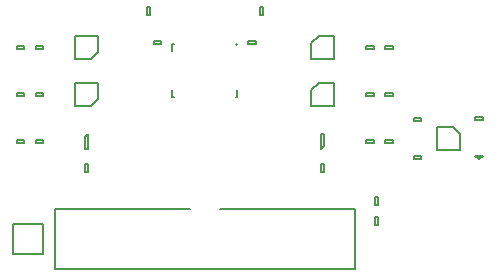
<source format=gto>
G04 #@! TF.GenerationSoftware,KiCad,Pcbnew,no-vcs-found-e79f978~58~ubuntu14.04.1*
G04 #@! TF.CreationDate,2017-05-18T21:28:03+01:00*
G04 #@! TF.ProjectId,bikedar,62696B656461722E6B696361645F7063,rev?*
G04 #@! TF.FileFunction,Legend,Top*
G04 #@! TF.FilePolarity,Positive*
%FSLAX46Y46*%
G04 Gerber Fmt 4.6, Leading zero omitted, Abs format (unit mm)*
G04 Created by KiCad (PCBNEW no-vcs-found-e79f978~58~ubuntu14.04.1) date Thu May 18 21:28:03 2017*
%MOMM*%
%LPD*%
G01*
G04 APERTURE LIST*
%ADD10C,0.100000*%
%ADD11C,0.150000*%
%ADD12R,1.000000X0.950000*%
%ADD13R,0.950000X1.000000*%
%ADD14R,0.620000X0.620000*%
%ADD15C,0.600000*%
%ADD16C,6.300000*%
%ADD17R,0.950000X0.400000*%
%ADD18C,0.800000*%
%ADD19R,1.900000X1.900000*%
%ADD20C,1.900000*%
%ADD21R,1.450000X0.450000*%
%ADD22R,0.450000X1.450000*%
%ADD23R,0.300000X0.850000*%
%ADD24R,0.850000X0.300000*%
%ADD25R,3.902000X2.902000*%
%ADD26C,0.254000*%
G04 APERTURE END LIST*
D10*
D11*
X59725000Y-84925000D02*
X59075000Y-84925000D01*
X59725000Y-84675000D02*
X59725000Y-84925000D01*
X59075000Y-84675000D02*
X59725000Y-84675000D01*
X59075000Y-84925000D02*
X59075000Y-84675000D01*
X90925000Y-84675000D02*
X90925000Y-84925000D01*
X90925000Y-84925000D02*
X90275000Y-84925000D01*
X90275000Y-84925000D02*
X90275000Y-84675000D01*
X90275000Y-84675000D02*
X90925000Y-84675000D01*
X98200000Y-90275000D02*
X97875000Y-90025000D01*
X98200000Y-90275000D02*
X98525000Y-90025000D01*
X97875000Y-90025000D02*
X98525000Y-90025000D01*
X98525000Y-86725000D02*
X98525000Y-86975000D01*
X98525000Y-86975000D02*
X97875000Y-86975000D01*
X97875000Y-86975000D02*
X97875000Y-86725000D01*
X97875000Y-86725000D02*
X98525000Y-86725000D01*
X79675000Y-77425000D02*
X79925000Y-77425000D01*
X79925000Y-77425000D02*
X79925000Y-78075000D01*
X79925000Y-78075000D02*
X79675000Y-78075000D01*
X79675000Y-78075000D02*
X79675000Y-77425000D01*
X93325000Y-87025000D02*
X92675000Y-87025000D01*
X93325000Y-86775000D02*
X93325000Y-87025000D01*
X92675000Y-86775000D02*
X93325000Y-86775000D01*
X92675000Y-87025000D02*
X92675000Y-86775000D01*
X79325000Y-80275000D02*
X79325000Y-80525000D01*
X79325000Y-80525000D02*
X78675000Y-80525000D01*
X78675000Y-80525000D02*
X78675000Y-80275000D01*
X78675000Y-80275000D02*
X79325000Y-80275000D01*
X61325000Y-88925000D02*
X60675000Y-88925000D01*
X61325000Y-88675000D02*
X61325000Y-88925000D01*
X60675000Y-88675000D02*
X61325000Y-88675000D01*
X60675000Y-88925000D02*
X60675000Y-88675000D01*
X59725000Y-88675000D02*
X59725000Y-88925000D01*
X59725000Y-88925000D02*
X59075000Y-88925000D01*
X59075000Y-88925000D02*
X59075000Y-88675000D01*
X59075000Y-88675000D02*
X59725000Y-88675000D01*
X65125000Y-91325000D02*
X64875000Y-91325000D01*
X64875000Y-91325000D02*
X64875000Y-90675000D01*
X64875000Y-90675000D02*
X65125000Y-90675000D01*
X65125000Y-90675000D02*
X65125000Y-91325000D01*
X65125000Y-88150000D02*
X65125000Y-88150000D01*
X65125000Y-88150000D02*
X65125000Y-89450000D01*
X65125000Y-89450000D02*
X64875000Y-89450000D01*
X64875000Y-89450000D02*
X64875000Y-88400000D01*
X64875000Y-88400000D02*
X65125000Y-88150000D01*
X90925000Y-80675000D02*
X90925000Y-80925000D01*
X90925000Y-80925000D02*
X90275000Y-80925000D01*
X90275000Y-80925000D02*
X90275000Y-80675000D01*
X90275000Y-80675000D02*
X90925000Y-80675000D01*
X58730000Y-95730000D02*
X61270000Y-95730000D01*
X61270000Y-95730000D02*
X61270000Y-98270000D01*
X61270000Y-98270000D02*
X58730000Y-98270000D01*
X58730000Y-98270000D02*
X58730000Y-95730000D01*
X89625000Y-94125000D02*
X89375000Y-94125000D01*
X89375000Y-94125000D02*
X89375000Y-93475000D01*
X89375000Y-93475000D02*
X89625000Y-93475000D01*
X89625000Y-93475000D02*
X89625000Y-94125000D01*
X87700000Y-99540000D02*
X62300000Y-99540000D01*
X62300000Y-99540000D02*
X62300000Y-94460000D01*
X62300000Y-94460000D02*
X73730000Y-94460000D01*
X76270000Y-94460000D02*
X87700000Y-94460000D01*
X87700000Y-94460000D02*
X87700000Y-99540000D01*
X90925000Y-88925000D02*
X90275000Y-88925000D01*
X90925000Y-88675000D02*
X90925000Y-88925000D01*
X90275000Y-88675000D02*
X90925000Y-88675000D01*
X90275000Y-88925000D02*
X90275000Y-88675000D01*
X89325000Y-88675000D02*
X89325000Y-88925000D01*
X89325000Y-88925000D02*
X88675000Y-88925000D01*
X88675000Y-88925000D02*
X88675000Y-88675000D01*
X88675000Y-88675000D02*
X89325000Y-88675000D01*
X89625000Y-95175000D02*
X89625000Y-95825000D01*
X89375000Y-95175000D02*
X89625000Y-95175000D01*
X89375000Y-95825000D02*
X89375000Y-95175000D01*
X89625000Y-95825000D02*
X89375000Y-95825000D01*
X84875000Y-90675000D02*
X85125000Y-90675000D01*
X85125000Y-90675000D02*
X85125000Y-91325000D01*
X85125000Y-91325000D02*
X84875000Y-91325000D01*
X84875000Y-91325000D02*
X84875000Y-90675000D01*
X61325000Y-80925000D02*
X60675000Y-80925000D01*
X61325000Y-80675000D02*
X61325000Y-80925000D01*
X60675000Y-80675000D02*
X61325000Y-80675000D01*
X60675000Y-80925000D02*
X60675000Y-80675000D01*
X92675000Y-90225000D02*
X92675000Y-89975000D01*
X92675000Y-89975000D02*
X93325000Y-89975000D01*
X93325000Y-89975000D02*
X93325000Y-90225000D01*
X93325000Y-90225000D02*
X92675000Y-90225000D01*
X59075000Y-80925000D02*
X59075000Y-80675000D01*
X59075000Y-80675000D02*
X59725000Y-80675000D01*
X59725000Y-80675000D02*
X59725000Y-80925000D01*
X59725000Y-80925000D02*
X59075000Y-80925000D01*
X70675000Y-80275000D02*
X71325000Y-80275000D01*
X70675000Y-80525000D02*
X70675000Y-80275000D01*
X71325000Y-80525000D02*
X70675000Y-80525000D01*
X71325000Y-80275000D02*
X71325000Y-80525000D01*
X70325000Y-78075000D02*
X70075000Y-78075000D01*
X70075000Y-78075000D02*
X70075000Y-77425000D01*
X70075000Y-77425000D02*
X70325000Y-77425000D01*
X70325000Y-77425000D02*
X70325000Y-78075000D01*
X88675000Y-84675000D02*
X89325000Y-84675000D01*
X88675000Y-84925000D02*
X88675000Y-84675000D01*
X89325000Y-84925000D02*
X88675000Y-84925000D01*
X89325000Y-84675000D02*
X89325000Y-84925000D01*
X89325000Y-80675000D02*
X89325000Y-80925000D01*
X89325000Y-80925000D02*
X88675000Y-80925000D01*
X88675000Y-80925000D02*
X88675000Y-80675000D01*
X88675000Y-80675000D02*
X89325000Y-80675000D01*
X60675000Y-84925000D02*
X60675000Y-84675000D01*
X60675000Y-84675000D02*
X61325000Y-84675000D01*
X61325000Y-84675000D02*
X61325000Y-84925000D01*
X61325000Y-84925000D02*
X60675000Y-84925000D01*
X65375000Y-81775000D02*
X64025000Y-81775000D01*
X64025000Y-81775000D02*
X64025000Y-79825000D01*
X64025000Y-79825000D02*
X65975000Y-79825000D01*
X65975000Y-79825000D02*
X65975000Y-81175000D01*
X65975000Y-81175000D02*
X65375000Y-81775000D01*
X65975000Y-85175000D02*
X65375000Y-85775000D01*
X65975000Y-83825000D02*
X65975000Y-85175000D01*
X64025000Y-83825000D02*
X65975000Y-83825000D01*
X64025000Y-85775000D02*
X64025000Y-83825000D01*
X65375000Y-85775000D02*
X64025000Y-85775000D01*
X84625000Y-79825000D02*
X85975000Y-79825000D01*
X85975000Y-79825000D02*
X85975000Y-81775000D01*
X85975000Y-81775000D02*
X84025000Y-81775000D01*
X84025000Y-81775000D02*
X84025000Y-80425000D01*
X84025000Y-80425000D02*
X84625000Y-79825000D01*
X84025000Y-84425000D02*
X84625000Y-83825000D01*
X84025000Y-85775000D02*
X84025000Y-84425000D01*
X85975000Y-85775000D02*
X84025000Y-85775000D01*
X85975000Y-83825000D02*
X85975000Y-85775000D01*
X84625000Y-83825000D02*
X85975000Y-83825000D01*
X96575000Y-88125000D02*
X96575000Y-89475000D01*
X96575000Y-89475000D02*
X94625000Y-89475000D01*
X94625000Y-89475000D02*
X94625000Y-87525000D01*
X94625000Y-87525000D02*
X95975000Y-87525000D01*
X95975000Y-87525000D02*
X96575000Y-88125000D01*
X77650000Y-80550000D02*
X77750000Y-80650000D01*
X77750000Y-84450000D02*
X77750000Y-85050000D01*
X77750000Y-85050000D02*
X77650000Y-85050000D01*
X72250000Y-84450000D02*
X72250000Y-85050000D01*
X72250000Y-85050000D02*
X72350000Y-85050000D01*
X72250000Y-81150000D02*
X72250000Y-80550000D01*
X72250000Y-80550000D02*
X72350000Y-80550000D01*
X84875000Y-89450000D02*
X84875000Y-89450000D01*
X84875000Y-89450000D02*
X84875000Y-88150000D01*
X84875000Y-88150000D02*
X85125000Y-88150000D01*
X85125000Y-88150000D02*
X85125000Y-89200000D01*
X85125000Y-89200000D02*
X84875000Y-89450000D01*
%LPC*%
D12*
X59400000Y-84000000D03*
X59400000Y-85600000D03*
X90600000Y-84000000D03*
X90600000Y-85600000D03*
X98200000Y-90950000D03*
X98200000Y-89350000D03*
X98200000Y-86050000D03*
X98200000Y-87650000D03*
D13*
X79000000Y-77750000D03*
X80600000Y-77750000D03*
D14*
X79750000Y-86000000D03*
X78850000Y-86000000D03*
X68800000Y-84350000D03*
X68800000Y-85250000D03*
X81200000Y-80350000D03*
X81200000Y-81250000D03*
X81200000Y-85250000D03*
X81200000Y-84350000D03*
X68800000Y-80350000D03*
X68800000Y-81250000D03*
X72250000Y-93600000D03*
X71350000Y-93600000D03*
X77750000Y-93600000D03*
X78650000Y-93600000D03*
X76550000Y-93600000D03*
X75650000Y-93600000D03*
X74350000Y-93600000D03*
X73450000Y-93600000D03*
X75600000Y-89900000D03*
X76500000Y-89900000D03*
D12*
X93000000Y-86100000D03*
X93000000Y-87700000D03*
X79000000Y-79600000D03*
X79000000Y-81200000D03*
D15*
X97800000Y-83800000D03*
X94200000Y-83800000D03*
X97800000Y-80200000D03*
X94200000Y-80200000D03*
X93500000Y-82000000D03*
X96000000Y-84500000D03*
X98500000Y-82000000D03*
X96000000Y-79500000D03*
D16*
X96000000Y-82000000D03*
X54000000Y-82000000D03*
D15*
X54000000Y-79500000D03*
X56500000Y-82000000D03*
X54000000Y-84500000D03*
X51500000Y-82000000D03*
X52200000Y-80200000D03*
X55800000Y-80200000D03*
X52200000Y-83800000D03*
X55800000Y-83800000D03*
D12*
X61000000Y-88000000D03*
X61000000Y-89600000D03*
X59400000Y-88000000D03*
X59400000Y-89600000D03*
D13*
X65800000Y-91000000D03*
X64200000Y-91000000D03*
D17*
X63900000Y-88150000D03*
X63900000Y-88800000D03*
X63900000Y-89450000D03*
X66100000Y-89450000D03*
X66100000Y-88150000D03*
D12*
X90600000Y-80000000D03*
X90600000Y-81600000D03*
D18*
X80200000Y-86850000D03*
D19*
X60000000Y-97000000D03*
D15*
X97800000Y-97800000D03*
X94200000Y-97800000D03*
X97800000Y-94200000D03*
X94200000Y-94200000D03*
X93500000Y-96000000D03*
X96000000Y-98500000D03*
X98500000Y-96000000D03*
X96000000Y-93500000D03*
D16*
X96000000Y-96000000D03*
X54000000Y-96000000D03*
D15*
X54000000Y-93500000D03*
X56500000Y-96000000D03*
X54000000Y-98500000D03*
X51500000Y-96000000D03*
X52200000Y-94200000D03*
X55800000Y-94200000D03*
X52200000Y-97800000D03*
X55800000Y-97800000D03*
D13*
X90300000Y-93800000D03*
X88700000Y-93800000D03*
D19*
X86430000Y-95730000D03*
D20*
X86430000Y-98270000D03*
X83890000Y-95730000D03*
X83890000Y-98270000D03*
X81350000Y-95730000D03*
X81350000Y-98270000D03*
X78810000Y-95730000D03*
X78810000Y-98270000D03*
X76270000Y-95730000D03*
X76270000Y-98270000D03*
X73730000Y-95730000D03*
X73730000Y-98270000D03*
X71190000Y-95730000D03*
X71190000Y-98270000D03*
X68650000Y-95730000D03*
X68650000Y-98270000D03*
X66110000Y-95730000D03*
X66110000Y-98270000D03*
X63570000Y-95730000D03*
X63570000Y-98270000D03*
D14*
X79750000Y-84800000D03*
X78850000Y-84800000D03*
D12*
X90600000Y-88000000D03*
X90600000Y-89600000D03*
X89000000Y-88000000D03*
X89000000Y-89600000D03*
D13*
X88700000Y-95500000D03*
X90300000Y-95500000D03*
X84200000Y-91000000D03*
X85800000Y-91000000D03*
D12*
X61000000Y-80000000D03*
X61000000Y-81600000D03*
X93000000Y-90900000D03*
X93000000Y-89300000D03*
X59400000Y-81600000D03*
X59400000Y-80000000D03*
X71000000Y-81200000D03*
X71000000Y-79600000D03*
D13*
X71000000Y-77750000D03*
X69400000Y-77750000D03*
D12*
X89000000Y-85600000D03*
X89000000Y-84000000D03*
X89000000Y-80000000D03*
X89000000Y-81600000D03*
X61000000Y-85600000D03*
X61000000Y-84000000D03*
D21*
X67200000Y-81775000D03*
X67200000Y-81125000D03*
X67200000Y-80475000D03*
X67200000Y-79825000D03*
X62800000Y-79825000D03*
X62800000Y-80475000D03*
X62800000Y-81125000D03*
X62800000Y-81775000D03*
X62800000Y-85775000D03*
X62800000Y-85125000D03*
X62800000Y-84475000D03*
X62800000Y-83825000D03*
X67200000Y-83825000D03*
X67200000Y-84475000D03*
X67200000Y-85125000D03*
X67200000Y-85775000D03*
X82800000Y-79825000D03*
X82800000Y-80475000D03*
X82800000Y-81125000D03*
X82800000Y-81775000D03*
X87200000Y-81775000D03*
X87200000Y-81125000D03*
X87200000Y-80475000D03*
X87200000Y-79825000D03*
X87200000Y-83825000D03*
X87200000Y-84475000D03*
X87200000Y-85125000D03*
X87200000Y-85775000D03*
X82800000Y-85775000D03*
X82800000Y-85125000D03*
X82800000Y-84475000D03*
X82800000Y-83825000D03*
D22*
X96575000Y-86300000D03*
X95925000Y-86300000D03*
X95275000Y-86300000D03*
X94625000Y-86300000D03*
X94625000Y-90700000D03*
X95275000Y-90700000D03*
X95925000Y-90700000D03*
X96575000Y-90700000D03*
D23*
X77250000Y-80725000D03*
X76750000Y-80725000D03*
X76250000Y-80725000D03*
X75750000Y-80725000D03*
X75250000Y-80725000D03*
X74750000Y-80725000D03*
X74250000Y-80725000D03*
X73750000Y-80725000D03*
X73250000Y-80725000D03*
X72750000Y-80725000D03*
D24*
X72425000Y-81550000D03*
X72425000Y-82050000D03*
X72425000Y-82550000D03*
X72425000Y-83050000D03*
X72425000Y-83550000D03*
X72425000Y-84050000D03*
D23*
X72750000Y-84875000D03*
X73250000Y-84875000D03*
X73750000Y-84875000D03*
X74250000Y-84875000D03*
X74750000Y-84875000D03*
X75250000Y-84875000D03*
X75750000Y-84875000D03*
X76250000Y-84875000D03*
X76750000Y-84875000D03*
X77250000Y-84875000D03*
D24*
X77575000Y-84050000D03*
X77575000Y-83550000D03*
X77575000Y-83050000D03*
X77575000Y-82550000D03*
X77575000Y-82050000D03*
X77575000Y-81550000D03*
D25*
X75000000Y-82800000D03*
D17*
X86100000Y-89450000D03*
X86100000Y-88800000D03*
X86100000Y-88150000D03*
X83900000Y-88150000D03*
X83900000Y-89450000D03*
D11*
G36*
X95125000Y-65925000D02*
X87000000Y-65925000D01*
X86971299Y-65930709D01*
X86946967Y-65946967D01*
X82446967Y-70446967D01*
X82430709Y-70471299D01*
X82425000Y-70500000D01*
X82425000Y-74925000D01*
X78000000Y-74925000D01*
X77971299Y-74930709D01*
X77946967Y-74946967D01*
X77930709Y-74971299D01*
X77925000Y-75000000D01*
X77925000Y-79925000D01*
X72075000Y-79925000D01*
X72075000Y-75000000D01*
X72069291Y-74971299D01*
X72053033Y-74946967D01*
X72028701Y-74930709D01*
X72000000Y-74925000D01*
X67575000Y-74925000D01*
X67575000Y-66000000D01*
X67569291Y-65971299D01*
X67553033Y-65946967D01*
X67528701Y-65930709D01*
X67500000Y-65925000D01*
X59375000Y-65925000D01*
X59375000Y-63075000D01*
X95125000Y-63075000D01*
X95125000Y-65925000D01*
X95125000Y-65925000D01*
G37*
X95125000Y-65925000D02*
X87000000Y-65925000D01*
X86971299Y-65930709D01*
X86946967Y-65946967D01*
X82446967Y-70446967D01*
X82430709Y-70471299D01*
X82425000Y-70500000D01*
X82425000Y-74925000D01*
X78000000Y-74925000D01*
X77971299Y-74930709D01*
X77946967Y-74946967D01*
X77930709Y-74971299D01*
X77925000Y-75000000D01*
X77925000Y-79925000D01*
X72075000Y-79925000D01*
X72075000Y-75000000D01*
X72069291Y-74971299D01*
X72053033Y-74946967D01*
X72028701Y-74930709D01*
X72000000Y-74925000D01*
X67575000Y-74925000D01*
X67575000Y-66000000D01*
X67569291Y-65971299D01*
X67553033Y-65946967D01*
X67528701Y-65930709D01*
X67500000Y-65925000D01*
X59375000Y-65925000D01*
X59375000Y-63075000D01*
X95125000Y-63075000D01*
X95125000Y-65925000D01*
G36*
X76946967Y-86053033D02*
X76971299Y-86069291D01*
X77000000Y-86075000D01*
X77675000Y-86075000D01*
X77675000Y-91925000D01*
X73031066Y-91925000D01*
X71575000Y-90468934D01*
X71575000Y-87325000D01*
X73500000Y-87325000D01*
X73528701Y-87319291D01*
X73553033Y-87303033D01*
X73569291Y-87278701D01*
X73575000Y-87250000D01*
X73575000Y-86531066D01*
X74531066Y-85575000D01*
X76468934Y-85575000D01*
X76946967Y-86053033D01*
X76946967Y-86053033D01*
G37*
X76946967Y-86053033D02*
X76971299Y-86069291D01*
X77000000Y-86075000D01*
X77675000Y-86075000D01*
X77675000Y-91925000D01*
X73031066Y-91925000D01*
X71575000Y-90468934D01*
X71575000Y-87325000D01*
X73500000Y-87325000D01*
X73528701Y-87319291D01*
X73553033Y-87303033D01*
X73569291Y-87278701D01*
X73575000Y-87250000D01*
X73575000Y-86531066D01*
X74531066Y-85575000D01*
X76468934Y-85575000D01*
X76946967Y-86053033D01*
G36*
X50925000Y-99000000D02*
X50930709Y-99028701D01*
X50946967Y-99053033D01*
X50971299Y-99069291D01*
X51000000Y-99075000D01*
X61925000Y-99075000D01*
X61925000Y-99925000D01*
X50075000Y-99925000D01*
X50075000Y-50075000D01*
X50925000Y-50075000D01*
X50925000Y-99000000D01*
X50925000Y-99000000D01*
G37*
X50925000Y-99000000D02*
X50930709Y-99028701D01*
X50946967Y-99053033D01*
X50971299Y-99069291D01*
X51000000Y-99075000D01*
X61925000Y-99075000D01*
X61925000Y-99925000D01*
X50075000Y-99925000D01*
X50075000Y-50075000D01*
X50925000Y-50075000D01*
X50925000Y-99000000D01*
G36*
X99925000Y-99925000D02*
X88075000Y-99925000D01*
X88075000Y-99075000D01*
X99000000Y-99075000D01*
X99028701Y-99069291D01*
X99053033Y-99053033D01*
X99069291Y-99028701D01*
X99075000Y-99000000D01*
X99075000Y-50075000D01*
X99925000Y-50075000D01*
X99925000Y-99925000D01*
X99925000Y-99925000D01*
G37*
X99925000Y-99925000D02*
X88075000Y-99925000D01*
X88075000Y-99075000D01*
X99000000Y-99075000D01*
X99028701Y-99069291D01*
X99053033Y-99053033D01*
X99069291Y-99028701D01*
X99075000Y-99000000D01*
X99075000Y-50075000D01*
X99925000Y-50075000D01*
X99925000Y-99925000D01*
G36*
X99925000Y-50925000D02*
X50075000Y-50925000D01*
X50075000Y-50075000D01*
X99925000Y-50075000D01*
X99925000Y-50925000D01*
X99925000Y-50925000D01*
G37*
X99925000Y-50925000D02*
X50075000Y-50925000D01*
X50075000Y-50075000D01*
X99925000Y-50075000D01*
X99925000Y-50925000D01*
D26*
G36*
X54873000Y-91873000D02*
X50627000Y-91873000D01*
X50627000Y-86127000D01*
X54873000Y-86127000D01*
X54873000Y-91873000D01*
X54873000Y-91873000D01*
G37*
X54873000Y-91873000D02*
X50627000Y-91873000D01*
X50627000Y-86127000D01*
X54873000Y-86127000D01*
X54873000Y-91873000D01*
M02*

</source>
